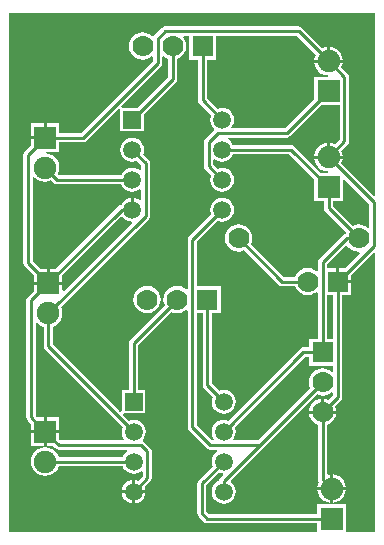
<source format=gbl>
G04 Layer_Physical_Order=2*
G04 Layer_Color=16711680*
%FSLAX24Y24*%
%MOIN*%
G70*
G01*
G75*
%ADD10C,0.0600*%
%ADD11C,0.0700*%
%ADD12R,0.0700X0.0700*%
%ADD13C,0.0750*%
%ADD14R,0.0750X0.0750*%
%ADD15C,0.0591*%
%ADD16R,0.0591X0.0591*%
%ADD17R,0.0700X0.0700*%
%ADD18C,0.0100*%
G36*
X42397Y28650D02*
X42203D01*
Y30100D01*
X42397D01*
Y28650D01*
D02*
G37*
G36*
X43597Y33137D02*
Y32364D01*
X43547Y32339D01*
X43477Y32393D01*
X43367Y32438D01*
X43250Y32454D01*
X43133Y32438D01*
X43059Y32408D01*
X42403Y33063D01*
Y33225D01*
X42725D01*
Y33943D01*
X42771Y33963D01*
X43597Y33137D01*
D02*
G37*
G36*
X42880Y31743D02*
X42929Y31679D01*
X43023Y31607D01*
X43133Y31562D01*
X43250Y31546D01*
X43265Y31548D01*
X43287Y31503D01*
X42784Y31000D01*
X42600D01*
Y30600D01*
X43000D01*
Y30784D01*
X43751Y31535D01*
X43798Y31516D01*
Y22202D01*
X42825D01*
Y23125D01*
X42384D01*
X42384Y23127D01*
X42316D01*
X42316Y23125D01*
X41875D01*
Y22803D01*
X38263D01*
X38178Y22888D01*
Y23762D01*
X38600Y24184D01*
X38647Y24165D01*
X38718Y24155D01*
X38736Y24103D01*
X38642Y24008D01*
X38609Y23959D01*
X38600Y23916D01*
X38551Y23895D01*
X38468Y23832D01*
X38405Y23749D01*
X38365Y23653D01*
X38351Y23550D01*
X38365Y23447D01*
X38405Y23351D01*
X38468Y23268D01*
X38551Y23205D01*
X38647Y23165D01*
X38750Y23151D01*
X38853Y23165D01*
X38949Y23205D01*
X39032Y23268D01*
X39095Y23351D01*
X39135Y23447D01*
X39149Y23550D01*
X39135Y23653D01*
X39095Y23749D01*
X39032Y23832D01*
X38986Y23867D01*
X38983Y23917D01*
X40058Y24992D01*
X41859Y26792D01*
X41933Y26762D01*
X42050Y26746D01*
X42167Y26762D01*
X42277Y26807D01*
X42347Y26861D01*
X42397Y26836D01*
Y26763D01*
X42241Y26608D01*
X42167Y26638D01*
X42100Y26647D01*
Y26250D01*
X42497D01*
X42488Y26317D01*
X42458Y26391D01*
X42658Y26592D01*
X42691Y26641D01*
X42703Y26700D01*
Y30100D01*
X43000D01*
Y30500D01*
X42550D01*
Y30550D01*
X42500D01*
Y31000D01*
X42203D01*
Y31137D01*
X42815Y31749D01*
X42880Y31743D01*
D02*
G37*
G36*
X41600Y27750D02*
X42397D01*
Y27564D01*
X42347Y27539D01*
X42277Y27593D01*
X42167Y27638D01*
X42050Y27654D01*
X41933Y27638D01*
X41823Y27593D01*
X41729Y27521D01*
X41657Y27427D01*
X41612Y27317D01*
X41596Y27200D01*
X41612Y27083D01*
X41642Y27009D01*
X39887Y25253D01*
X39083D01*
X39059Y25303D01*
X39095Y25351D01*
X39135Y25447D01*
X39149Y25550D01*
X39135Y25653D01*
X39116Y25700D01*
X41463Y28047D01*
X41600D01*
Y27750D01*
D02*
G37*
G36*
X36823Y38007D02*
X36897Y37976D01*
Y37363D01*
X35879Y36345D01*
X35352D01*
X35332Y36395D01*
X36658Y37722D01*
X36691Y37771D01*
X36703Y37830D01*
Y38036D01*
X36753Y38061D01*
X36823Y38007D01*
D02*
G37*
G36*
X43798Y33434D02*
X43751Y33415D01*
X42677Y34489D01*
X42713Y34576D01*
X42723Y34650D01*
X41777D01*
X41787Y34576D01*
X41835Y34460D01*
X41911Y34361D01*
X42010Y34285D01*
X42126Y34237D01*
X42219Y34225D01*
X42216Y34175D01*
X41991D01*
X41108Y35058D01*
X41059Y35091D01*
X41000Y35103D01*
X39064D01*
X39045Y35149D01*
X38982Y35232D01*
X38899Y35295D01*
X38895Y35297D01*
X38905Y35347D01*
X40850D01*
X40909Y35359D01*
X40958Y35392D01*
X41991Y36425D01*
X42627D01*
Y35293D01*
X42461Y35127D01*
X42374Y35163D01*
X42300Y35173D01*
Y34750D01*
X42723D01*
X42713Y34824D01*
X42677Y34911D01*
X42888Y35122D01*
X42921Y35171D01*
X42933Y35230D01*
Y37370D01*
X42921Y37429D01*
X42888Y37478D01*
X42677Y37689D01*
X42713Y37776D01*
X42723Y37850D01*
X41777D01*
X41787Y37776D01*
X41835Y37660D01*
X41911Y37561D01*
X42010Y37485D01*
X42126Y37437D01*
X42219Y37425D01*
X42216Y37375D01*
X41775D01*
Y36641D01*
X40787Y35653D01*
X39033D01*
X39009Y35703D01*
X39045Y35751D01*
X39085Y35847D01*
X39099Y35950D01*
X39085Y36053D01*
X39045Y36149D01*
X38982Y36232D01*
X38899Y36295D01*
X38803Y36335D01*
X38700Y36349D01*
X38597Y36335D01*
X38550Y36316D01*
X38203Y36663D01*
Y37950D01*
X38500D01*
Y38747D01*
X41187D01*
X41823Y38111D01*
X41787Y38024D01*
X41777Y37950D01*
X42200D01*
Y38373D01*
X42126Y38363D01*
X42039Y38327D01*
X41358Y39008D01*
X41309Y39041D01*
X41250Y39053D01*
X36800D01*
X36741Y39041D01*
X36692Y39008D01*
X36442Y38758D01*
X36425Y38733D01*
X36391Y38725D01*
X36365Y38726D01*
X36365Y38726D01*
X36277Y38793D01*
X36167Y38838D01*
X36050Y38854D01*
X35933Y38838D01*
X35823Y38793D01*
X35729Y38721D01*
X35657Y38627D01*
X35612Y38517D01*
X35596Y38400D01*
X35612Y38283D01*
X35657Y38173D01*
X35729Y38079D01*
X35823Y38007D01*
X35933Y37962D01*
X36050Y37946D01*
X36167Y37962D01*
X36277Y38007D01*
X36347Y38061D01*
X36397Y38036D01*
Y37893D01*
X34007Y35503D01*
X33275D01*
Y35825D01*
X32850D01*
Y35350D01*
X32800D01*
Y35300D01*
X32325D01*
Y35091D01*
X32122Y34888D01*
X32089Y34839D01*
X32077Y34780D01*
Y31170D01*
X32089Y31111D01*
X32122Y31062D01*
X32425Y30759D01*
Y30550D01*
X32850D01*
Y30975D01*
X32641D01*
X32383Y31233D01*
Y34031D01*
X32433Y34048D01*
X32461Y34011D01*
X32560Y33935D01*
X32676Y33887D01*
X32800Y33871D01*
X32924Y33887D01*
X33011Y33923D01*
X33092Y33842D01*
X33141Y33809D01*
X33200Y33797D01*
X35336D01*
X35355Y33751D01*
X35418Y33668D01*
X35501Y33605D01*
X35597Y33565D01*
X35700Y33551D01*
X35803Y33565D01*
X35899Y33605D01*
X35947Y33641D01*
X35997Y33617D01*
Y33283D01*
X35947Y33259D01*
X35899Y33295D01*
X35803Y33335D01*
X35750Y33342D01*
Y32950D01*
X35650D01*
Y33342D01*
X35597Y33335D01*
X35501Y33295D01*
X35418Y33232D01*
X35355Y33149D01*
X35334Y33100D01*
X35291Y33091D01*
X35242Y33058D01*
X33159Y30975D01*
X32950D01*
Y30550D01*
X33375D01*
Y30759D01*
X35333Y32717D01*
X35383Y32714D01*
X35418Y32668D01*
X35501Y32605D01*
X35597Y32565D01*
X35668Y32555D01*
X35686Y32503D01*
X33421Y30237D01*
X33375Y30257D01*
Y30450D01*
X32425D01*
Y30241D01*
X32222Y30038D01*
X32189Y29989D01*
X32177Y29930D01*
Y26020D01*
X32189Y25961D01*
X32222Y25912D01*
X32325Y25809D01*
Y25600D01*
X32750D01*
Y26025D01*
X32541D01*
X32483Y26083D01*
Y29181D01*
X32533Y29198D01*
X32561Y29161D01*
X32660Y29085D01*
X32747Y29049D01*
Y28400D01*
X32759Y28341D01*
X32792Y28292D01*
X35384Y25700D01*
X35365Y25653D01*
X35351Y25550D01*
X35365Y25447D01*
X35405Y25351D01*
X35441Y25303D01*
X35417Y25253D01*
X33313D01*
X33275Y25291D01*
Y25500D01*
X32850D01*
Y25075D01*
X33059D01*
X33142Y24992D01*
X33191Y24959D01*
X33250Y24947D01*
X35545D01*
X35555Y24897D01*
X35551Y24895D01*
X35468Y24832D01*
X35405Y24749D01*
X35386Y24703D01*
X33251D01*
X33215Y24790D01*
X33139Y24889D01*
X33040Y24965D01*
X32924Y25013D01*
X32831Y25025D01*
X32831Y25025D01*
X32800Y25029D01*
X32769Y25025D01*
X32769Y25025D01*
X32676Y25013D01*
X32560Y24965D01*
X32461Y24889D01*
X32385Y24790D01*
X32337Y24674D01*
X32321Y24550D01*
X32337Y24426D01*
X32385Y24310D01*
X32461Y24211D01*
X32560Y24135D01*
X32676Y24087D01*
X32800Y24071D01*
X32924Y24087D01*
X33040Y24135D01*
X33139Y24211D01*
X33215Y24310D01*
X33251Y24397D01*
X35386D01*
X35405Y24351D01*
X35468Y24268D01*
X35551Y24205D01*
X35647Y24165D01*
X35750Y24151D01*
X35853Y24165D01*
X35949Y24205D01*
X35997Y24241D01*
X36047Y24217D01*
Y24063D01*
X35900Y23916D01*
X35853Y23935D01*
X35800Y23942D01*
Y23600D01*
X36142D01*
X36135Y23653D01*
X36116Y23700D01*
X36308Y23892D01*
X36341Y23941D01*
X36353Y24000D01*
Y24900D01*
X36341Y24959D01*
X36308Y25008D01*
X36108Y25208D01*
X36068Y25235D01*
X36054Y25275D01*
X36052Y25294D01*
X36095Y25351D01*
X36135Y25447D01*
X36149Y25550D01*
X36135Y25653D01*
X36095Y25749D01*
X36032Y25832D01*
X35949Y25895D01*
X35853Y25935D01*
X35750Y25949D01*
X35647Y25935D01*
X35600Y25916D01*
X35408Y26109D01*
X35427Y26155D01*
X36145D01*
Y26945D01*
X35903D01*
Y28437D01*
X37009Y29542D01*
X37083Y29512D01*
X37200Y29496D01*
X37317Y29512D01*
X37427Y29557D01*
X37497Y29611D01*
X37547Y29586D01*
Y25700D01*
X37559Y25641D01*
X37592Y25592D01*
X38192Y24992D01*
X38241Y24959D01*
X38300Y24947D01*
X38545D01*
X38555Y24897D01*
X38551Y24895D01*
X38468Y24832D01*
X38405Y24749D01*
X38365Y24653D01*
X38351Y24550D01*
X38365Y24447D01*
X38384Y24400D01*
X37917Y23933D01*
X37884Y23884D01*
X37872Y23825D01*
Y22825D01*
X37884Y22766D01*
X37917Y22717D01*
X38092Y22542D01*
X38141Y22509D01*
X38200Y22497D01*
X41875D01*
Y22202D01*
X31602D01*
Y39498D01*
X43798D01*
Y33434D01*
D02*
G37*
G36*
X37600Y37950D02*
X37897D01*
Y36600D01*
X37909Y36541D01*
X37942Y36492D01*
X38334Y36100D01*
X38315Y36053D01*
X38301Y35950D01*
X38315Y35847D01*
X38355Y35751D01*
X38418Y35668D01*
X38435Y35655D01*
X38430Y35596D01*
X38142Y35308D01*
X38109Y35259D01*
X38097Y35200D01*
Y34400D01*
X38109Y34341D01*
X38142Y34292D01*
X38334Y34100D01*
X38315Y34053D01*
X38301Y33950D01*
X38315Y33847D01*
X38355Y33751D01*
X38418Y33668D01*
X38501Y33605D01*
X38597Y33565D01*
X38700Y33551D01*
X38803Y33565D01*
X38899Y33605D01*
X38982Y33668D01*
X39045Y33751D01*
X39085Y33847D01*
X39099Y33950D01*
X39085Y34053D01*
X39045Y34149D01*
X38982Y34232D01*
X38899Y34295D01*
X38803Y34335D01*
X38700Y34349D01*
X38597Y34335D01*
X38550Y34316D01*
X38403Y34463D01*
Y34617D01*
X38453Y34641D01*
X38501Y34605D01*
X38597Y34565D01*
X38700Y34551D01*
X38803Y34565D01*
X38899Y34605D01*
X38982Y34668D01*
X39045Y34751D01*
X39064Y34797D01*
X40937D01*
X41775Y33959D01*
Y33225D01*
X42097D01*
Y33000D01*
X42109Y32941D01*
X42142Y32892D01*
X42842Y32191D01*
X42824Y32148D01*
X42791Y32141D01*
X42742Y32108D01*
X41942Y31308D01*
X41909Y31259D01*
X41897Y31200D01*
Y30914D01*
X41847Y30889D01*
X41777Y30943D01*
X41667Y30988D01*
X41550Y31004D01*
X41433Y30988D01*
X41323Y30943D01*
X41229Y30871D01*
X41157Y30777D01*
X41126Y30703D01*
X40763D01*
X39658Y31809D01*
X39688Y31883D01*
X39704Y32000D01*
X39688Y32117D01*
X39643Y32227D01*
X39571Y32321D01*
X39477Y32393D01*
X39367Y32438D01*
X39250Y32454D01*
X39133Y32438D01*
X39023Y32393D01*
X38929Y32321D01*
X38857Y32227D01*
X38812Y32117D01*
X38796Y32000D01*
X38812Y31883D01*
X38857Y31773D01*
X38929Y31679D01*
X39023Y31607D01*
X39133Y31562D01*
X39250Y31546D01*
X39367Y31562D01*
X39441Y31592D01*
X40592Y30442D01*
X40641Y30409D01*
X40700Y30397D01*
X41126D01*
X41157Y30323D01*
X41229Y30229D01*
X41323Y30157D01*
X41433Y30112D01*
X41550Y30096D01*
X41667Y30112D01*
X41777Y30157D01*
X41847Y30211D01*
X41897Y30186D01*
Y28650D01*
X41600D01*
Y28353D01*
X41400D01*
X41341Y28341D01*
X41292Y28308D01*
X38900Y25916D01*
X38853Y25935D01*
X38750Y25949D01*
X38647Y25935D01*
X38551Y25895D01*
X38468Y25832D01*
X38405Y25749D01*
X38365Y25653D01*
X38351Y25550D01*
X38365Y25447D01*
X38405Y25351D01*
X38441Y25303D01*
X38417Y25253D01*
X38363D01*
X37853Y25763D01*
Y29500D01*
X38047D01*
Y27100D01*
X38059Y27041D01*
X38092Y26992D01*
X38384Y26700D01*
X38365Y26653D01*
X38351Y26550D01*
X38365Y26447D01*
X38405Y26351D01*
X38468Y26268D01*
X38551Y26205D01*
X38647Y26165D01*
X38750Y26151D01*
X38853Y26165D01*
X38949Y26205D01*
X39032Y26268D01*
X39095Y26351D01*
X39135Y26447D01*
X39149Y26550D01*
X39135Y26653D01*
X39095Y26749D01*
X39032Y26832D01*
X38949Y26895D01*
X38853Y26935D01*
X38750Y26949D01*
X38647Y26935D01*
X38600Y26916D01*
X38353Y27163D01*
Y29500D01*
X38650D01*
Y30400D01*
X37853D01*
Y31887D01*
X38550Y32584D01*
X38597Y32565D01*
X38700Y32551D01*
X38803Y32565D01*
X38899Y32605D01*
X38982Y32668D01*
X39045Y32751D01*
X39085Y32847D01*
X39099Y32950D01*
X39085Y33053D01*
X39045Y33149D01*
X38982Y33232D01*
X38899Y33295D01*
X38803Y33335D01*
X38700Y33349D01*
X38597Y33335D01*
X38501Y33295D01*
X38418Y33232D01*
X38355Y33149D01*
X38315Y33053D01*
X38301Y32950D01*
X38315Y32847D01*
X38334Y32800D01*
X37592Y32058D01*
X37559Y32009D01*
X37547Y31950D01*
Y30314D01*
X37497Y30289D01*
X37427Y30343D01*
X37317Y30388D01*
X37200Y30404D01*
X37083Y30388D01*
X36973Y30343D01*
X36879Y30271D01*
X36807Y30177D01*
X36762Y30067D01*
X36746Y29950D01*
X36762Y29833D01*
X36792Y29759D01*
X35642Y28608D01*
X35609Y28559D01*
X35597Y28500D01*
Y26945D01*
X35355D01*
Y26227D01*
X35309Y26208D01*
X33053Y28463D01*
Y29049D01*
X33140Y29085D01*
X33239Y29161D01*
X33315Y29260D01*
X33363Y29376D01*
X33379Y29500D01*
X33363Y29624D01*
X33327Y29711D01*
X36258Y32642D01*
X36291Y32691D01*
X36303Y32750D01*
Y34500D01*
X36291Y34559D01*
X36258Y34608D01*
X36066Y34800D01*
X36085Y34847D01*
X36099Y34950D01*
X36085Y35053D01*
X36045Y35149D01*
X35982Y35232D01*
X35899Y35295D01*
X35803Y35335D01*
X35700Y35349D01*
X35597Y35335D01*
X35501Y35295D01*
X35418Y35232D01*
X35355Y35149D01*
X35315Y35053D01*
X35301Y34950D01*
X35315Y34847D01*
X35355Y34751D01*
X35418Y34668D01*
X35501Y34605D01*
X35597Y34565D01*
X35700Y34551D01*
X35803Y34565D01*
X35850Y34584D01*
X35997Y34437D01*
Y34283D01*
X35947Y34259D01*
X35899Y34295D01*
X35803Y34335D01*
X35700Y34349D01*
X35597Y34335D01*
X35501Y34295D01*
X35418Y34232D01*
X35355Y34149D01*
X35336Y34103D01*
X33263D01*
X33227Y34139D01*
X33263Y34226D01*
X33279Y34350D01*
X33263Y34474D01*
X33215Y34590D01*
X33139Y34689D01*
X33040Y34765D01*
X32924Y34813D01*
X32831Y34825D01*
X32834Y34875D01*
X33275D01*
Y35197D01*
X34070D01*
X34129Y35209D01*
X34178Y35242D01*
X35255Y36318D01*
X35305Y36298D01*
Y35555D01*
X36095D01*
Y36129D01*
X37158Y37192D01*
X37191Y37241D01*
X37203Y37300D01*
Y37976D01*
X37277Y38007D01*
X37371Y38079D01*
X37443Y38173D01*
X37488Y38283D01*
X37504Y38400D01*
X37488Y38517D01*
X37443Y38627D01*
X37389Y38697D01*
X37414Y38747D01*
X37600D01*
Y37950D01*
D02*
G37*
%LPC*%
G36*
X35700Y23942D02*
X35647Y23935D01*
X35551Y23895D01*
X35468Y23832D01*
X35405Y23749D01*
X35365Y23653D01*
X35358Y23600D01*
X35700D01*
Y23942D01*
D02*
G37*
G36*
X42497Y26150D02*
X41603D01*
X41612Y26083D01*
X41657Y25973D01*
X41729Y25879D01*
X41823Y25807D01*
X41897Y25776D01*
Y23950D01*
X41909Y23891D01*
X41925Y23866D01*
X41887Y23774D01*
X41877Y23700D01*
X42300D01*
Y24123D01*
X42253Y24116D01*
X42203Y24153D01*
Y25776D01*
X42277Y25807D01*
X42371Y25879D01*
X42443Y25973D01*
X42488Y26083D01*
X42497Y26150D01*
D02*
G37*
G36*
X42400Y24123D02*
Y23700D01*
X42823D01*
X42813Y23774D01*
X42765Y23890D01*
X42689Y23989D01*
X42590Y24065D01*
X42474Y24113D01*
X42400Y24123D01*
D02*
G37*
G36*
X42823Y23600D02*
X42400D01*
Y23177D01*
X42474Y23187D01*
X42590Y23235D01*
X42689Y23311D01*
X42765Y23410D01*
X42813Y23526D01*
X42823Y23600D01*
D02*
G37*
G36*
X42300D02*
X41877D01*
X41887Y23526D01*
X41935Y23410D01*
X42011Y23311D01*
X42110Y23235D01*
X42226Y23187D01*
X42300Y23177D01*
Y23600D01*
D02*
G37*
G36*
X36142Y23500D02*
X35800D01*
Y23158D01*
X35853Y23165D01*
X35949Y23205D01*
X36032Y23268D01*
X36095Y23351D01*
X36135Y23447D01*
X36142Y23500D01*
D02*
G37*
G36*
X35700D02*
X35358D01*
X35365Y23447D01*
X35405Y23351D01*
X35468Y23268D01*
X35551Y23205D01*
X35647Y23165D01*
X35700Y23158D01*
Y23500D01*
D02*
G37*
G36*
X36200Y30404D02*
X36083Y30388D01*
X35973Y30343D01*
X35879Y30271D01*
X35807Y30177D01*
X35762Y30067D01*
X35746Y29950D01*
X35762Y29833D01*
X35807Y29723D01*
X35879Y29629D01*
X35973Y29557D01*
X36083Y29512D01*
X36200Y29496D01*
X36317Y29512D01*
X36427Y29557D01*
X36521Y29629D01*
X36593Y29723D01*
X36638Y29833D01*
X36654Y29950D01*
X36638Y30067D01*
X36593Y30177D01*
X36521Y30271D01*
X36427Y30343D01*
X36317Y30388D01*
X36200Y30404D01*
D02*
G37*
G36*
X42200Y35173D02*
X42126Y35163D01*
X42010Y35115D01*
X41911Y35039D01*
X41835Y34940D01*
X41787Y34824D01*
X41777Y34750D01*
X42200D01*
Y35173D01*
D02*
G37*
G36*
X32750Y35825D02*
X32325D01*
Y35400D01*
X32750D01*
Y35825D01*
D02*
G37*
G36*
X42300Y38373D02*
Y37950D01*
X42723D01*
X42713Y38024D01*
X42665Y38140D01*
X42589Y38239D01*
X42490Y38315D01*
X42374Y38363D01*
X42300Y38373D01*
D02*
G37*
G36*
X32750Y25500D02*
X32325D01*
Y25075D01*
X32750D01*
Y25500D01*
D02*
G37*
G36*
X33275Y26025D02*
X32850D01*
Y25600D01*
X33275D01*
Y26025D01*
D02*
G37*
G36*
X42000Y26647D02*
X41933Y26638D01*
X41823Y26593D01*
X41729Y26521D01*
X41657Y26427D01*
X41612Y26317D01*
X41603Y26250D01*
X42000D01*
Y26647D01*
D02*
G37*
%LPD*%
D10*
X43200Y38950D02*
D03*
X32400Y22900D02*
D03*
X32450Y38700D02*
D03*
D11*
X42050Y27200D02*
D03*
Y26200D02*
D03*
X41550Y30550D02*
D03*
X37200Y29950D02*
D03*
X36200D02*
D03*
X43250Y32000D02*
D03*
X39250D02*
D03*
X37050Y38400D02*
D03*
X36050D02*
D03*
D12*
X42050Y28200D02*
D03*
X42550Y30550D02*
D03*
D13*
X32800Y24550D02*
D03*
X42350Y23650D02*
D03*
X32900Y29500D02*
D03*
X32800Y34350D02*
D03*
X42250Y34700D02*
D03*
Y37900D02*
D03*
D14*
X32800Y25550D02*
D03*
X42350Y22650D02*
D03*
X32900Y30500D02*
D03*
X32800Y35350D02*
D03*
X42250Y33700D02*
D03*
Y36900D02*
D03*
D15*
X38750Y23550D02*
D03*
Y24550D02*
D03*
Y25550D02*
D03*
Y26550D02*
D03*
X35750Y23550D02*
D03*
Y24550D02*
D03*
Y25550D02*
D03*
X38700Y32950D02*
D03*
Y33950D02*
D03*
Y34950D02*
D03*
Y35950D02*
D03*
X35700Y32950D02*
D03*
Y33950D02*
D03*
Y34950D02*
D03*
D16*
X35750Y26550D02*
D03*
X35700Y35950D02*
D03*
D17*
X38200Y29950D02*
D03*
X38050Y38400D02*
D03*
D18*
X38700Y34950D02*
X41000D01*
X42250Y33700D01*
Y33000D02*
Y33700D01*
Y33000D02*
X43250Y32000D01*
X42850D02*
X43250D01*
X42050Y31200D02*
X42850Y32000D01*
X42050Y28200D02*
Y31200D01*
X41400Y28200D02*
X42050D01*
X38750Y25550D02*
X41400Y28200D01*
X38750Y23550D02*
Y23900D01*
X39950Y25100D02*
X42050Y27200D01*
X38750Y23900D02*
X39950Y25100D01*
X38300D02*
X39950D01*
X37700Y25700D02*
X38300Y25100D01*
X37700Y25700D02*
Y31950D01*
X38700Y32950D01*
X35750Y28500D02*
X37200Y29950D01*
X35750Y26550D02*
Y28500D01*
X38200Y27100D02*
Y29950D01*
Y27100D02*
X38750Y26550D01*
X37050Y37300D02*
Y38400D01*
X35700Y35950D02*
X37050Y37300D01*
X38050Y36600D02*
Y38400D01*
Y36600D02*
X38700Y35950D01*
X40700Y30550D02*
X41550D01*
X39250Y32000D02*
X40700Y30550D01*
X38025Y23825D02*
X38750Y24550D01*
X38025Y22825D02*
X38200Y22650D01*
X42350D01*
X40850Y35500D02*
X42250Y36900D01*
X38550Y35500D02*
X40850D01*
X38250Y35200D02*
X38550Y35500D01*
X38250Y34400D02*
Y35200D01*
Y34400D02*
X38700Y33950D01*
X33200D02*
X35700D01*
X32800Y34350D02*
X33200Y33950D01*
X35700Y34950D02*
X36150Y34500D01*
Y32750D02*
Y34500D01*
X32900Y29500D02*
X36150Y32750D01*
X32900Y28400D02*
X35750Y25550D01*
X32900Y28400D02*
Y29500D01*
X42050Y23950D02*
X42350Y23650D01*
X42050Y23950D02*
Y26200D01*
X42550Y26700D01*
Y30550D01*
X43750Y31750D01*
Y33200D01*
X42250Y34700D02*
X43750Y33200D01*
X42250Y34700D02*
X42780Y35230D01*
Y37370D01*
X42250Y37900D02*
X42780Y37370D01*
X41250Y38900D02*
X42250Y37900D01*
X36800Y38900D02*
X41250D01*
X36550Y38650D02*
X36800Y38900D01*
X36550Y37830D02*
Y38650D01*
X34070Y35350D02*
X36550Y37830D01*
X32800Y35350D02*
X34070D01*
X32230Y34780D02*
X32800Y35350D01*
X32230Y31170D02*
Y34780D01*
Y31170D02*
X32900Y30500D01*
X35350Y32950D02*
X35700D01*
X32900Y30500D02*
X35350Y32950D01*
X32330Y29930D02*
X32900Y30500D01*
X32330Y26020D02*
Y29930D01*
Y26020D02*
X32800Y25550D01*
Y24550D02*
X35750D01*
Y23550D02*
X36200Y24000D01*
Y24900D01*
X36000Y25100D02*
X36200Y24900D01*
X33250Y25100D02*
X36000D01*
X32800Y25550D02*
X33250Y25100D01*
X38025Y22825D02*
Y23825D01*
M02*

</source>
